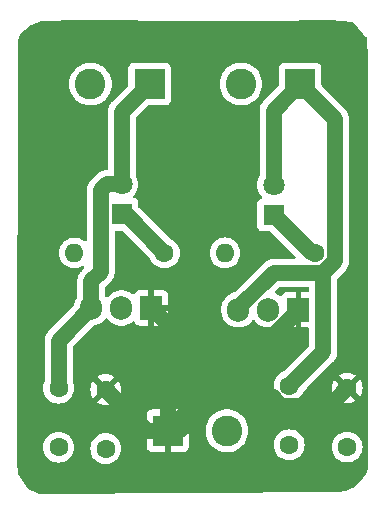
<source format=gbr>
%TF.GenerationSoftware,KiCad,Pcbnew,(7.0.0)*%
%TF.CreationDate,2023-04-15T22:01:32+02:00*%
%TF.ProjectId,incredibly_simple_voltage_regulator,696e6372-6564-4696-926c-795f73696d70,rev?*%
%TF.SameCoordinates,Original*%
%TF.FileFunction,Copper,L1,Top*%
%TF.FilePolarity,Positive*%
%FSLAX46Y46*%
G04 Gerber Fmt 4.6, Leading zero omitted, Abs format (unit mm)*
G04 Created by KiCad (PCBNEW (7.0.0)) date 2023-04-15 22:01:32*
%MOMM*%
%LPD*%
G01*
G04 APERTURE LIST*
%TA.AperFunction,ComponentPad*%
%ADD10C,1.800000*%
%TD*%
%TA.AperFunction,ComponentPad*%
%ADD11R,1.800000X1.800000*%
%TD*%
%TA.AperFunction,ComponentPad*%
%ADD12C,1.600000*%
%TD*%
%TA.AperFunction,ComponentPad*%
%ADD13O,1.600000X1.600000*%
%TD*%
%TA.AperFunction,ComponentPad*%
%ADD14R,1.905000X2.000000*%
%TD*%
%TA.AperFunction,ComponentPad*%
%ADD15O,1.905000X2.000000*%
%TD*%
%TA.AperFunction,ComponentPad*%
%ADD16R,2.600000X2.600000*%
%TD*%
%TA.AperFunction,ComponentPad*%
%ADD17C,2.600000*%
%TD*%
%TA.AperFunction,Conductor*%
%ADD18C,1.367030*%
%TD*%
G04 APERTURE END LIST*
D10*
%TO.P,D1,2,A*%
%TO.N,/5V OUT*%
X95150000Y-41785000D03*
D11*
%TO.P,D1,1,K*%
%TO.N,Net-(D1-K)*%
X95149999Y-44324999D03*
%TD*%
D12*
%TO.P,C4,1*%
%TO.N,/9V OUT*%
X76950000Y-59000000D03*
%TO.P,C4,2*%
%TO.N,GND*%
X76950000Y-64000000D03*
%TD*%
D13*
%TO.P,R1,2*%
%TO.N,GND*%
X91039999Y-47544999D03*
D12*
%TO.P,R1,1*%
%TO.N,Net-(D1-K)*%
X98660000Y-47545000D03*
%TD*%
D14*
%TO.P,U2,1,VI*%
%TO.N,+12V*%
X84799999Y-52199999D03*
D15*
%TO.P,U2,2,GND*%
%TO.N,GND*%
X82259999Y-52199999D03*
%TO.P,U2,3,VO*%
%TO.N,/9V OUT*%
X79719999Y-52199999D03*
%TD*%
D11*
%TO.P,D2,1,K*%
%TO.N,Net-(D2-K)*%
X82299999Y-44274999D03*
D10*
%TO.P,D2,2,A*%
%TO.N,/9V OUT*%
X82300000Y-41735000D03*
%TD*%
D12*
%TO.P,C3,1*%
%TO.N,+12V*%
X80940000Y-59120000D03*
%TO.P,C3,2*%
%TO.N,GND*%
X80940000Y-64120000D03*
%TD*%
D16*
%TO.P,J2,1,Pin_1*%
%TO.N,/9V OUT*%
X84649999Y-33249999D03*
D17*
%TO.P,J2,2,Pin_2*%
%TO.N,GND*%
X79650000Y-33250000D03*
%TD*%
D12*
%TO.P,C2,2*%
%TO.N,GND*%
X96480000Y-63785000D03*
%TO.P,C2,1*%
%TO.N,/5V OUT*%
X96480000Y-58785000D03*
%TD*%
D16*
%TO.P,J1,1,Pin_1*%
%TO.N,/5V OUT*%
X97399999Y-33244999D03*
D17*
%TO.P,J1,2,Pin_2*%
%TO.N,GND*%
X92400000Y-33245000D03*
%TD*%
D15*
%TO.P,U1,3,VO*%
%TO.N,/5V OUT*%
X92179999Y-52344999D03*
%TO.P,U1,2,GND*%
%TO.N,GND*%
X94719999Y-52344999D03*
D14*
%TO.P,U1,1,VI*%
%TO.N,+12V*%
X97259999Y-52344999D03*
%TD*%
D17*
%TO.P,J3,2,Pin_2*%
%TO.N,GND*%
X91200000Y-62600000D03*
D16*
%TO.P,J3,1,Pin_1*%
%TO.N,+12V*%
X86199999Y-62599999D03*
%TD*%
D12*
%TO.P,C1,2*%
%TO.N,GND*%
X101380000Y-63985000D03*
%TO.P,C1,1*%
%TO.N,+12V*%
X101380000Y-58985000D03*
%TD*%
%TO.P,R2,1*%
%TO.N,Net-(D2-K)*%
X85910000Y-47550000D03*
D13*
%TO.P,R2,2*%
%TO.N,GND*%
X78289999Y-47549999D03*
%TD*%
D18*
%TO.N,/5V OUT*%
X99357335Y-55907665D02*
X99357335Y-49228515D01*
X96480000Y-58785000D02*
X99357335Y-55907665D01*
%TO.N,/9V OUT*%
X76950000Y-54970000D02*
X79720000Y-52200000D01*
X76950000Y-59000000D02*
X76950000Y-54970000D01*
%TO.N,/5V OUT*%
X99357335Y-49228515D02*
X100343515Y-48242335D01*
X95192468Y-49228515D02*
X99357335Y-49228515D01*
X92180000Y-52240983D02*
X95192468Y-49228515D01*
X100343515Y-48242335D02*
X100343515Y-36188515D01*
X100343515Y-36188515D02*
X97400000Y-33245000D01*
%TO.N,/9V OUT*%
X82300000Y-35600000D02*
X84650000Y-33250000D01*
X82300000Y-41735000D02*
X82300000Y-35600000D01*
X80516485Y-42245723D02*
X81027208Y-41735000D01*
X81027208Y-41735000D02*
X82300000Y-41735000D01*
X80516485Y-49131485D02*
X80516485Y-42245723D01*
X79720000Y-49927970D02*
X80516485Y-49131485D01*
X79720000Y-52200000D02*
X79720000Y-49927970D01*
%TO.N,Net-(D2-K)*%
X82635000Y-44275000D02*
X85910000Y-47550000D01*
X82300000Y-44275000D02*
X82635000Y-44275000D01*
%TO.N,/5V OUT*%
X95150000Y-41785000D02*
X95150000Y-35495000D01*
X95150000Y-35495000D02*
X97400000Y-33245000D01*
%TO.N,Net-(D1-K)*%
X98660000Y-47545000D02*
X98370000Y-47545000D01*
X98370000Y-47545000D02*
X95150000Y-44325000D01*
%TO.N,+12V*%
X99896485Y-60468515D02*
X101380000Y-58985000D01*
X95782665Y-60468515D02*
X99896485Y-60468515D01*
X95002075Y-59687925D02*
X95782665Y-60468515D01*
X89112075Y-59687925D02*
X95002075Y-59687925D01*
X86200000Y-62600000D02*
X89112075Y-59687925D01*
X84420000Y-62600000D02*
X80940000Y-59120000D01*
X86200000Y-62600000D02*
X84420000Y-62600000D01*
X97260000Y-52449017D02*
X97260000Y-52345000D01*
X87109017Y-62600000D02*
X97260000Y-52449017D01*
X86200000Y-62600000D02*
X87109017Y-62600000D01*
X86200000Y-62600000D02*
X86200000Y-53600000D01*
X86200000Y-53600000D02*
X84800000Y-52200000D01*
%TD*%
%TA.AperFunction,Conductor*%
%TO.N,+12V*%
G36*
X99948498Y-27801014D02*
G01*
X101900421Y-28034080D01*
X101945346Y-28048483D01*
X101981641Y-28078627D01*
X102720000Y-28980000D01*
X102808000Y-29060000D01*
X103009411Y-29243101D01*
X103039400Y-29284689D01*
X103050000Y-29334854D01*
X103050000Y-29760000D01*
X103050295Y-29763014D01*
X103050296Y-29763024D01*
X103149408Y-30773962D01*
X103150000Y-30786061D01*
X103150000Y-65837677D01*
X103142215Y-65880920D01*
X102995928Y-66274065D01*
X102979996Y-66303755D01*
X102757635Y-66609501D01*
X102740360Y-66628686D01*
X101854639Y-67426808D01*
X101821992Y-67448003D01*
X101315350Y-67673177D01*
X101283383Y-67682492D01*
X100508825Y-67798676D01*
X100491071Y-67800046D01*
X75349354Y-67929900D01*
X75311536Y-67924197D01*
X74986295Y-67821978D01*
X74973964Y-67817371D01*
X74395510Y-67565464D01*
X74363865Y-67545531D01*
X74339605Y-67517073D01*
X73545422Y-66234899D01*
X73527348Y-66180831D01*
X73450517Y-65335692D01*
X73450009Y-65324283D01*
X73452230Y-64000000D01*
X75644532Y-64000000D01*
X75645004Y-64005395D01*
X75663509Y-64216916D01*
X75664365Y-64226692D01*
X75665762Y-64231907D01*
X75665764Y-64231916D01*
X75721858Y-64441263D01*
X75721861Y-64441271D01*
X75723261Y-64446496D01*
X75819432Y-64652734D01*
X75949953Y-64839139D01*
X76110861Y-65000047D01*
X76297266Y-65130568D01*
X76503504Y-65226739D01*
X76723308Y-65285635D01*
X76950000Y-65305468D01*
X77176692Y-65285635D01*
X77396496Y-65226739D01*
X77602734Y-65130568D01*
X77789139Y-65000047D01*
X77950047Y-64839139D01*
X78080568Y-64652734D01*
X78176739Y-64446496D01*
X78235635Y-64226692D01*
X78244969Y-64120000D01*
X79634532Y-64120000D01*
X79635004Y-64125395D01*
X79653607Y-64338037D01*
X79654365Y-64346692D01*
X79655762Y-64351907D01*
X79655764Y-64351916D01*
X79711858Y-64561263D01*
X79711861Y-64561271D01*
X79713261Y-64566496D01*
X79715549Y-64571403D01*
X79715550Y-64571405D01*
X79741926Y-64627968D01*
X79809432Y-64772734D01*
X79812539Y-64777171D01*
X79812540Y-64777173D01*
X79820228Y-64788152D01*
X79939953Y-64959139D01*
X80100861Y-65120047D01*
X80287266Y-65250568D01*
X80493504Y-65346739D01*
X80713308Y-65405635D01*
X80940000Y-65425468D01*
X81166692Y-65405635D01*
X81386496Y-65346739D01*
X81592734Y-65250568D01*
X81779139Y-65120047D01*
X81940047Y-64959139D01*
X82070568Y-64772734D01*
X82166739Y-64566496D01*
X82225635Y-64346692D01*
X82245468Y-64120000D01*
X82230115Y-63944518D01*
X84400000Y-63944518D01*
X84400353Y-63951114D01*
X84405573Y-63999667D01*
X84409111Y-64014641D01*
X84453547Y-64133777D01*
X84461962Y-64149189D01*
X84537498Y-64250092D01*
X84549907Y-64262501D01*
X84650810Y-64338037D01*
X84666222Y-64346452D01*
X84785358Y-64390888D01*
X84800332Y-64394426D01*
X84848885Y-64399646D01*
X84855482Y-64400000D01*
X85933674Y-64400000D01*
X85946549Y-64396549D01*
X85950000Y-64383674D01*
X86450000Y-64383674D01*
X86453450Y-64396549D01*
X86466326Y-64400000D01*
X87544518Y-64400000D01*
X87551114Y-64399646D01*
X87599667Y-64394426D01*
X87614641Y-64390888D01*
X87733777Y-64346452D01*
X87749189Y-64338037D01*
X87850092Y-64262501D01*
X87862501Y-64250092D01*
X87938037Y-64149189D01*
X87946452Y-64133777D01*
X87990888Y-64014641D01*
X87994426Y-63999667D01*
X87999646Y-63951114D01*
X88000000Y-63944518D01*
X88000000Y-62866326D01*
X87996549Y-62853450D01*
X87983674Y-62850000D01*
X86466326Y-62850000D01*
X86453450Y-62853450D01*
X86450000Y-62866326D01*
X86450000Y-64383674D01*
X85950000Y-64383674D01*
X85950000Y-62866326D01*
X85946549Y-62853450D01*
X85933674Y-62850000D01*
X84416326Y-62850000D01*
X84403450Y-62853450D01*
X84400000Y-62866326D01*
X84400000Y-63944518D01*
X82230115Y-63944518D01*
X82225635Y-63893308D01*
X82166739Y-63673504D01*
X82070568Y-63467266D01*
X81940047Y-63280861D01*
X81779139Y-63119953D01*
X81592734Y-62989432D01*
X81386496Y-62893261D01*
X81381271Y-62891861D01*
X81381263Y-62891858D01*
X81171916Y-62835764D01*
X81171907Y-62835762D01*
X81166692Y-62834365D01*
X81161304Y-62833893D01*
X81161301Y-62833893D01*
X80945395Y-62815004D01*
X80940000Y-62814532D01*
X80934605Y-62815004D01*
X80718698Y-62833893D01*
X80718693Y-62833893D01*
X80713308Y-62834365D01*
X80708094Y-62835762D01*
X80708083Y-62835764D01*
X80498736Y-62891858D01*
X80498724Y-62891862D01*
X80493504Y-62893261D01*
X80488599Y-62895547D01*
X80488594Y-62895550D01*
X80292176Y-62987142D01*
X80292172Y-62987144D01*
X80287266Y-62989432D01*
X80282833Y-62992535D01*
X80282826Y-62992540D01*
X80105296Y-63116847D01*
X80105291Y-63116850D01*
X80100861Y-63119953D01*
X80097037Y-63123776D01*
X80097031Y-63123782D01*
X79943782Y-63277031D01*
X79943776Y-63277037D01*
X79939953Y-63280861D01*
X79936850Y-63285291D01*
X79936847Y-63285296D01*
X79812540Y-63462826D01*
X79812535Y-63462833D01*
X79809432Y-63467266D01*
X79807144Y-63472172D01*
X79807142Y-63472176D01*
X79715550Y-63668594D01*
X79715547Y-63668599D01*
X79713261Y-63673504D01*
X79711862Y-63678724D01*
X79711858Y-63678736D01*
X79655764Y-63888083D01*
X79655762Y-63888094D01*
X79654365Y-63893308D01*
X79653893Y-63898693D01*
X79653893Y-63898698D01*
X79635004Y-64114605D01*
X79634532Y-64120000D01*
X78244969Y-64120000D01*
X78255468Y-64000000D01*
X78235635Y-63773308D01*
X78192703Y-63613083D01*
X78178141Y-63558736D01*
X78178140Y-63558734D01*
X78176739Y-63553504D01*
X78080568Y-63347266D01*
X77950047Y-63160861D01*
X77789139Y-62999953D01*
X77602734Y-62869432D01*
X77429781Y-62788782D01*
X77401405Y-62775550D01*
X77401403Y-62775549D01*
X77396496Y-62773261D01*
X77391271Y-62771861D01*
X77391263Y-62771858D01*
X77181916Y-62715764D01*
X77181907Y-62715762D01*
X77176692Y-62714365D01*
X77171304Y-62713893D01*
X77171301Y-62713893D01*
X76955395Y-62695004D01*
X76950000Y-62694532D01*
X76944605Y-62695004D01*
X76728698Y-62713893D01*
X76728693Y-62713893D01*
X76723308Y-62714365D01*
X76718094Y-62715762D01*
X76718083Y-62715764D01*
X76508736Y-62771858D01*
X76508724Y-62771862D01*
X76503504Y-62773261D01*
X76498599Y-62775547D01*
X76498594Y-62775550D01*
X76302176Y-62867142D01*
X76302172Y-62867144D01*
X76297266Y-62869432D01*
X76292833Y-62872535D01*
X76292826Y-62872540D01*
X76115296Y-62996847D01*
X76115291Y-62996850D01*
X76110861Y-62999953D01*
X76107037Y-63003776D01*
X76107031Y-63003782D01*
X75953782Y-63157031D01*
X75953776Y-63157037D01*
X75949953Y-63160861D01*
X75946850Y-63165291D01*
X75946847Y-63165296D01*
X75822540Y-63342826D01*
X75822535Y-63342833D01*
X75819432Y-63347266D01*
X75817144Y-63352172D01*
X75817142Y-63352176D01*
X75725550Y-63548594D01*
X75725547Y-63548599D01*
X75723261Y-63553504D01*
X75721862Y-63558724D01*
X75721858Y-63558736D01*
X75665764Y-63768083D01*
X75665762Y-63768094D01*
X75664365Y-63773308D01*
X75663893Y-63778693D01*
X75663893Y-63778698D01*
X75659296Y-63831243D01*
X75644532Y-64000000D01*
X73452230Y-64000000D01*
X73454577Y-62600000D01*
X89394451Y-62600000D01*
X89394798Y-62604631D01*
X89413517Y-62854432D01*
X89414617Y-62869103D01*
X89415647Y-62873616D01*
X89415648Y-62873622D01*
X89471163Y-63116847D01*
X89474666Y-63132195D01*
X89476362Y-63136518D01*
X89476363Y-63136519D01*
X89531510Y-63277031D01*
X89573257Y-63383398D01*
X89708185Y-63617102D01*
X89876439Y-63828085D01*
X89879843Y-63831243D01*
X90061360Y-63999667D01*
X90074259Y-64011635D01*
X90297226Y-64163651D01*
X90540359Y-64280738D01*
X90544787Y-64282103D01*
X90544790Y-64282105D01*
X90669293Y-64320509D01*
X90798228Y-64360280D01*
X91065071Y-64400500D01*
X91330292Y-64400500D01*
X91334929Y-64400500D01*
X91601772Y-64360280D01*
X91859641Y-64280738D01*
X92102775Y-64163651D01*
X92325741Y-64011635D01*
X92523561Y-63828085D01*
X92557920Y-63785000D01*
X95174532Y-63785000D01*
X95175004Y-63790395D01*
X95192501Y-63990395D01*
X95194365Y-64011692D01*
X95195762Y-64016907D01*
X95195764Y-64016916D01*
X95251858Y-64226263D01*
X95251861Y-64226271D01*
X95253261Y-64231496D01*
X95255549Y-64236403D01*
X95255550Y-64236405D01*
X95302942Y-64338037D01*
X95349432Y-64437734D01*
X95479953Y-64624139D01*
X95640861Y-64785047D01*
X95827266Y-64915568D01*
X96033504Y-65011739D01*
X96253308Y-65070635D01*
X96480000Y-65090468D01*
X96706692Y-65070635D01*
X96926496Y-65011739D01*
X97132734Y-64915568D01*
X97319139Y-64785047D01*
X97480047Y-64624139D01*
X97610568Y-64437734D01*
X97706739Y-64231496D01*
X97765635Y-64011692D01*
X97767970Y-63985000D01*
X100074532Y-63985000D01*
X100075004Y-63990395D01*
X100088896Y-64149189D01*
X100094365Y-64211692D01*
X100095762Y-64216907D01*
X100095764Y-64216916D01*
X100151858Y-64426263D01*
X100151861Y-64426271D01*
X100153261Y-64431496D01*
X100249432Y-64637734D01*
X100379953Y-64824139D01*
X100540861Y-64985047D01*
X100727266Y-65115568D01*
X100933504Y-65211739D01*
X100938734Y-65213140D01*
X100938736Y-65213141D01*
X101086959Y-65252857D01*
X101153308Y-65270635D01*
X101380000Y-65290468D01*
X101606692Y-65270635D01*
X101826496Y-65211739D01*
X102032734Y-65115568D01*
X102219139Y-64985047D01*
X102380047Y-64824139D01*
X102510568Y-64637734D01*
X102606739Y-64431496D01*
X102665635Y-64211692D01*
X102685468Y-63985000D01*
X102665635Y-63758308D01*
X102612160Y-63558736D01*
X102608141Y-63543736D01*
X102608140Y-63543734D01*
X102606739Y-63538504D01*
X102510568Y-63332266D01*
X102380047Y-63145861D01*
X102219139Y-62984953D01*
X102088188Y-62893261D01*
X102037173Y-62857540D01*
X102037171Y-62857539D01*
X102032734Y-62854432D01*
X101863572Y-62775550D01*
X101831405Y-62760550D01*
X101831403Y-62760549D01*
X101826496Y-62758261D01*
X101821271Y-62756861D01*
X101821263Y-62756858D01*
X101611916Y-62700764D01*
X101611907Y-62700762D01*
X101606692Y-62699365D01*
X101601304Y-62698893D01*
X101601301Y-62698893D01*
X101385395Y-62680004D01*
X101380000Y-62679532D01*
X101374605Y-62680004D01*
X101158698Y-62698893D01*
X101158693Y-62698893D01*
X101153308Y-62699365D01*
X101148094Y-62700762D01*
X101148083Y-62700764D01*
X100938736Y-62756858D01*
X100938724Y-62756862D01*
X100933504Y-62758261D01*
X100928599Y-62760547D01*
X100928594Y-62760550D01*
X100732176Y-62852142D01*
X100732172Y-62852144D01*
X100727266Y-62854432D01*
X100722833Y-62857535D01*
X100722826Y-62857540D01*
X100545296Y-62981847D01*
X100545291Y-62981850D01*
X100540861Y-62984953D01*
X100537037Y-62988776D01*
X100537031Y-62988782D01*
X100383782Y-63142031D01*
X100383776Y-63142037D01*
X100379953Y-63145861D01*
X100376850Y-63150291D01*
X100376847Y-63150296D01*
X100252540Y-63327826D01*
X100252535Y-63327833D01*
X100249432Y-63332266D01*
X100247144Y-63337172D01*
X100247142Y-63337176D01*
X100155550Y-63533594D01*
X100155547Y-63533599D01*
X100153261Y-63538504D01*
X100151862Y-63543724D01*
X100151858Y-63543736D01*
X100095764Y-63753083D01*
X100095762Y-63753094D01*
X100094365Y-63758308D01*
X100093893Y-63763693D01*
X100093893Y-63763698D01*
X100088260Y-63828085D01*
X100074532Y-63985000D01*
X97767970Y-63985000D01*
X97785468Y-63785000D01*
X97765635Y-63558308D01*
X97742556Y-63472176D01*
X97708141Y-63343736D01*
X97708140Y-63343734D01*
X97706739Y-63338504D01*
X97610568Y-63132266D01*
X97480047Y-62945861D01*
X97319139Y-62784953D01*
X97196906Y-62699365D01*
X97137173Y-62657540D01*
X97137171Y-62657539D01*
X97132734Y-62654432D01*
X96926496Y-62558261D01*
X96921271Y-62556861D01*
X96921263Y-62556858D01*
X96711916Y-62500764D01*
X96711907Y-62500762D01*
X96706692Y-62499365D01*
X96701304Y-62498893D01*
X96701301Y-62498893D01*
X96485395Y-62480004D01*
X96480000Y-62479532D01*
X96474605Y-62480004D01*
X96258698Y-62498893D01*
X96258693Y-62498893D01*
X96253308Y-62499365D01*
X96248094Y-62500762D01*
X96248083Y-62500764D01*
X96038736Y-62556858D01*
X96038724Y-62556862D01*
X96033504Y-62558261D01*
X96028599Y-62560547D01*
X96028594Y-62560550D01*
X95832176Y-62652142D01*
X95832172Y-62652144D01*
X95827266Y-62654432D01*
X95822833Y-62657535D01*
X95822826Y-62657540D01*
X95645296Y-62781847D01*
X95645291Y-62781850D01*
X95640861Y-62784953D01*
X95637037Y-62788776D01*
X95637031Y-62788782D01*
X95483782Y-62942031D01*
X95483776Y-62942037D01*
X95479953Y-62945861D01*
X95476850Y-62950291D01*
X95476847Y-62950296D01*
X95352540Y-63127826D01*
X95352535Y-63127833D01*
X95349432Y-63132266D01*
X95347144Y-63137172D01*
X95347142Y-63137176D01*
X95255550Y-63333594D01*
X95255547Y-63333599D01*
X95253261Y-63338504D01*
X95251862Y-63343724D01*
X95251858Y-63343736D01*
X95195764Y-63553083D01*
X95195762Y-63553094D01*
X95194365Y-63558308D01*
X95193893Y-63563693D01*
X95193893Y-63563698D01*
X95183829Y-63678736D01*
X95174532Y-63785000D01*
X92557920Y-63785000D01*
X92691815Y-63617102D01*
X92826743Y-63383398D01*
X92925334Y-63132195D01*
X92985383Y-62869103D01*
X93005549Y-62600000D01*
X92985383Y-62330897D01*
X92925334Y-62067805D01*
X92826743Y-61816602D01*
X92691815Y-61582898D01*
X92523561Y-61371915D01*
X92390966Y-61248885D01*
X92329146Y-61191524D01*
X92329143Y-61191521D01*
X92325741Y-61188365D01*
X92321912Y-61185754D01*
X92321909Y-61185752D01*
X92207435Y-61107705D01*
X92102775Y-61036349D01*
X92098589Y-61034333D01*
X91863820Y-60921274D01*
X91863814Y-60921271D01*
X91859641Y-60919262D01*
X91855219Y-60917898D01*
X91855209Y-60917894D01*
X91606202Y-60841086D01*
X91606196Y-60841084D01*
X91601772Y-60839720D01*
X91597195Y-60839030D01*
X91597186Y-60839028D01*
X91339514Y-60800191D01*
X91339513Y-60800190D01*
X91334929Y-60799500D01*
X91065071Y-60799500D01*
X91060487Y-60800190D01*
X91060485Y-60800191D01*
X90802813Y-60839028D01*
X90802801Y-60839030D01*
X90798228Y-60839720D01*
X90793806Y-60841083D01*
X90793797Y-60841086D01*
X90544790Y-60917894D01*
X90544775Y-60917899D01*
X90540359Y-60919262D01*
X90536185Y-60921271D01*
X90536180Y-60921274D01*
X90301411Y-61034333D01*
X90301404Y-61034336D01*
X90297226Y-61036349D01*
X90293393Y-61038962D01*
X90293390Y-61038964D01*
X90078090Y-61185752D01*
X90078080Y-61185759D01*
X90074259Y-61188365D01*
X90070863Y-61191516D01*
X90070853Y-61191524D01*
X89879843Y-61368756D01*
X89879839Y-61368759D01*
X89876439Y-61371915D01*
X89873549Y-61375537D01*
X89873546Y-61375542D01*
X89711077Y-61579271D01*
X89708185Y-61582898D01*
X89705866Y-61586913D01*
X89705865Y-61586916D01*
X89575578Y-61812581D01*
X89575575Y-61812586D01*
X89573257Y-61816602D01*
X89571563Y-61820916D01*
X89571561Y-61820922D01*
X89476363Y-62063480D01*
X89474666Y-62067805D01*
X89473633Y-62072326D01*
X89473632Y-62072333D01*
X89415648Y-62326377D01*
X89415646Y-62326385D01*
X89414617Y-62330897D01*
X89414270Y-62335516D01*
X89414270Y-62335522D01*
X89397684Y-62556858D01*
X89394451Y-62600000D01*
X73454577Y-62600000D01*
X73455024Y-62333674D01*
X84400000Y-62333674D01*
X84403450Y-62346549D01*
X84416326Y-62350000D01*
X85933674Y-62350000D01*
X85946549Y-62346549D01*
X85950000Y-62333674D01*
X86450000Y-62333674D01*
X86453450Y-62346549D01*
X86466326Y-62350000D01*
X87983674Y-62350000D01*
X87996549Y-62346549D01*
X88000000Y-62333674D01*
X88000000Y-61255482D01*
X87999646Y-61248885D01*
X87994426Y-61200332D01*
X87990888Y-61185358D01*
X87946452Y-61066222D01*
X87938037Y-61050810D01*
X87862501Y-60949907D01*
X87850092Y-60937498D01*
X87749189Y-60861962D01*
X87733777Y-60853547D01*
X87614641Y-60809111D01*
X87599667Y-60805573D01*
X87551114Y-60800353D01*
X87544518Y-60800000D01*
X86466326Y-60800000D01*
X86453450Y-60803450D01*
X86450000Y-60816326D01*
X86450000Y-62333674D01*
X85950000Y-62333674D01*
X85950000Y-60816326D01*
X85946549Y-60803450D01*
X85933674Y-60800000D01*
X84855482Y-60800000D01*
X84848885Y-60800353D01*
X84800332Y-60805573D01*
X84785358Y-60809111D01*
X84666222Y-60853547D01*
X84650810Y-60861962D01*
X84549907Y-60937498D01*
X84537498Y-60949907D01*
X84461962Y-61050810D01*
X84453547Y-61066222D01*
X84409111Y-61185358D01*
X84405573Y-61200332D01*
X84400353Y-61248885D01*
X84400000Y-61255482D01*
X84400000Y-62333674D01*
X73455024Y-62333674D01*
X73460614Y-59000000D01*
X75644532Y-59000000D01*
X75645004Y-59005395D01*
X75663631Y-59218310D01*
X75664365Y-59226692D01*
X75665762Y-59231907D01*
X75665764Y-59231916D01*
X75721858Y-59441263D01*
X75721861Y-59441271D01*
X75723261Y-59446496D01*
X75819432Y-59652734D01*
X75949953Y-59839139D01*
X76110861Y-60000047D01*
X76297266Y-60130568D01*
X76503504Y-60226739D01*
X76508734Y-60228140D01*
X76508736Y-60228141D01*
X76599355Y-60252422D01*
X76723308Y-60285635D01*
X76950000Y-60305468D01*
X77176692Y-60285635D01*
X77396496Y-60226739D01*
X77456619Y-60198703D01*
X80218217Y-60198703D01*
X80225650Y-60206814D01*
X80283077Y-60247025D01*
X80292427Y-60252423D01*
X80488768Y-60343979D01*
X80498902Y-60347667D01*
X80708162Y-60403739D01*
X80718793Y-60405613D01*
X80934605Y-60424494D01*
X80945395Y-60424494D01*
X81161206Y-60405613D01*
X81171837Y-60403739D01*
X81381097Y-60347667D01*
X81391231Y-60343979D01*
X81587575Y-60252422D01*
X81596920Y-60247026D01*
X81654348Y-60206814D01*
X81661780Y-60198703D01*
X81655867Y-60189421D01*
X80951542Y-59485095D01*
X80939999Y-59478431D01*
X80928457Y-59485095D01*
X80224128Y-60189424D01*
X80218217Y-60198703D01*
X77456619Y-60198703D01*
X77602734Y-60130568D01*
X77789139Y-60000047D01*
X77950047Y-59839139D01*
X78080568Y-59652734D01*
X78176739Y-59446496D01*
X78235635Y-59226692D01*
X78244497Y-59125395D01*
X79635506Y-59125395D01*
X79654386Y-59341206D01*
X79656260Y-59351837D01*
X79712332Y-59561097D01*
X79716020Y-59571231D01*
X79807576Y-59767572D01*
X79812974Y-59776922D01*
X79853184Y-59834348D01*
X79861295Y-59841781D01*
X79870574Y-59835870D01*
X80574903Y-59131541D01*
X80581567Y-59119999D01*
X81298431Y-59119999D01*
X81305095Y-59131541D01*
X82009421Y-59835867D01*
X82018703Y-59841780D01*
X82026814Y-59834348D01*
X82067026Y-59776920D01*
X82072422Y-59767575D01*
X82163979Y-59571231D01*
X82167667Y-59561097D01*
X82223739Y-59351837D01*
X82225613Y-59341206D01*
X82244494Y-59125395D01*
X82244494Y-59114605D01*
X82225613Y-58898793D01*
X82223739Y-58888162D01*
X82167667Y-58678902D01*
X82163979Y-58668768D01*
X82072423Y-58472427D01*
X82067025Y-58463077D01*
X82026814Y-58405650D01*
X82018703Y-58398217D01*
X82009424Y-58404128D01*
X81305095Y-59108456D01*
X81298431Y-59119999D01*
X80581567Y-59119999D01*
X80574903Y-59108456D01*
X79870574Y-58404128D01*
X79861296Y-58398217D01*
X79853183Y-58405651D01*
X79812971Y-58463081D01*
X79807577Y-58472425D01*
X79716020Y-58668768D01*
X79712332Y-58678902D01*
X79656260Y-58888162D01*
X79654386Y-58898793D01*
X79635506Y-59114605D01*
X79635506Y-59125395D01*
X78244497Y-59125395D01*
X78255468Y-59000000D01*
X78235635Y-58773308D01*
X78234235Y-58768083D01*
X78178141Y-58558736D01*
X78178140Y-58558734D01*
X78176739Y-58553504D01*
X78145632Y-58486797D01*
X78134015Y-58434393D01*
X78134015Y-58041296D01*
X80218217Y-58041296D01*
X80224128Y-58050574D01*
X80928457Y-58754903D01*
X80940000Y-58761567D01*
X80951542Y-58754903D01*
X81655870Y-58050574D01*
X81661781Y-58041295D01*
X81654348Y-58033184D01*
X81596922Y-57992974D01*
X81587572Y-57987576D01*
X81391231Y-57896020D01*
X81381097Y-57892332D01*
X81171837Y-57836260D01*
X81161206Y-57834386D01*
X80945395Y-57815506D01*
X80934605Y-57815506D01*
X80718793Y-57834386D01*
X80708162Y-57836260D01*
X80498902Y-57892332D01*
X80488768Y-57896020D01*
X80292425Y-57987577D01*
X80283081Y-57992971D01*
X80225651Y-58033183D01*
X80218217Y-58041296D01*
X78134015Y-58041296D01*
X78134015Y-55511797D01*
X78143454Y-55464344D01*
X78170334Y-55424116D01*
X78594236Y-55000214D01*
X79876588Y-53717860D01*
X79907515Y-53695293D01*
X79943852Y-53683236D01*
X80077913Y-53660866D01*
X80305664Y-53582679D01*
X80517439Y-53468072D01*
X80707463Y-53320171D01*
X80870551Y-53143010D01*
X80886191Y-53119070D01*
X80930982Y-53077837D01*
X80990000Y-53062892D01*
X81049018Y-53077837D01*
X81093808Y-53119070D01*
X81109449Y-53143010D01*
X81272537Y-53320171D01*
X81462561Y-53468072D01*
X81674336Y-53582679D01*
X81902087Y-53660866D01*
X82139601Y-53700500D01*
X82375266Y-53700500D01*
X82380399Y-53700500D01*
X82617913Y-53660866D01*
X82845664Y-53582679D01*
X83057439Y-53468072D01*
X83200344Y-53356844D01*
X83252772Y-53332992D01*
X83310322Y-53335399D01*
X83360575Y-53363548D01*
X83392688Y-53411366D01*
X83401047Y-53433777D01*
X83409462Y-53449189D01*
X83484998Y-53550092D01*
X83497407Y-53562501D01*
X83598310Y-53638037D01*
X83613722Y-53646452D01*
X83732858Y-53690888D01*
X83747832Y-53694426D01*
X83796385Y-53699646D01*
X83802982Y-53700000D01*
X84533674Y-53700000D01*
X84546549Y-53696549D01*
X84550000Y-53683674D01*
X85050000Y-53683674D01*
X85053450Y-53696549D01*
X85066326Y-53700000D01*
X85797018Y-53700000D01*
X85803614Y-53699646D01*
X85852167Y-53694426D01*
X85867141Y-53690888D01*
X85986277Y-53646452D01*
X86001689Y-53638037D01*
X86102592Y-53562501D01*
X86115001Y-53550092D01*
X86190537Y-53449189D01*
X86198952Y-53433777D01*
X86243388Y-53314641D01*
X86246926Y-53299667D01*
X86252146Y-53251114D01*
X86252500Y-53244518D01*
X86252500Y-52466326D01*
X86249049Y-52453450D01*
X86245877Y-52452600D01*
X90727000Y-52452600D01*
X90727211Y-52455150D01*
X90727212Y-52455166D01*
X90741480Y-52627356D01*
X90741481Y-52627364D01*
X90741905Y-52632476D01*
X90743162Y-52637443D01*
X90743164Y-52637450D01*
X90764298Y-52720905D01*
X90801017Y-52865905D01*
X90803077Y-52870601D01*
X90895685Y-53081727D01*
X90895688Y-53081732D01*
X90897745Y-53086422D01*
X90910000Y-53105179D01*
X91026647Y-53283722D01*
X91026650Y-53283726D01*
X91029449Y-53288010D01*
X91032914Y-53291774D01*
X91032918Y-53291779D01*
X91143006Y-53411366D01*
X91192537Y-53465171D01*
X91382561Y-53613072D01*
X91594336Y-53727679D01*
X91822087Y-53805866D01*
X92059601Y-53845500D01*
X92295266Y-53845500D01*
X92300399Y-53845500D01*
X92537913Y-53805866D01*
X92765664Y-53727679D01*
X92977439Y-53613072D01*
X93167463Y-53465171D01*
X93330551Y-53288010D01*
X93346191Y-53264070D01*
X93390982Y-53222837D01*
X93450000Y-53207892D01*
X93509018Y-53222837D01*
X93553808Y-53264070D01*
X93569449Y-53288010D01*
X93572919Y-53291779D01*
X93572924Y-53291785D01*
X93595581Y-53316397D01*
X93732537Y-53465171D01*
X93922561Y-53613072D01*
X94134336Y-53727679D01*
X94362087Y-53805866D01*
X94599601Y-53845500D01*
X94835266Y-53845500D01*
X94840399Y-53845500D01*
X95077913Y-53805866D01*
X95305664Y-53727679D01*
X95517439Y-53613072D01*
X95660344Y-53501844D01*
X95712772Y-53477992D01*
X95770322Y-53480399D01*
X95820575Y-53508548D01*
X95852688Y-53556366D01*
X95861047Y-53578777D01*
X95869462Y-53594189D01*
X95944998Y-53695092D01*
X95957407Y-53707501D01*
X96058310Y-53783037D01*
X96073722Y-53791452D01*
X96192858Y-53835888D01*
X96207832Y-53839426D01*
X96256385Y-53844646D01*
X96262982Y-53845000D01*
X96993674Y-53845000D01*
X97006549Y-53841549D01*
X97010000Y-53828674D01*
X97010000Y-50861326D01*
X97006549Y-50848450D01*
X96993674Y-50845000D01*
X96262982Y-50845000D01*
X96256385Y-50845353D01*
X96207832Y-50850573D01*
X96192858Y-50854111D01*
X96073722Y-50898547D01*
X96058310Y-50906962D01*
X95957407Y-50982498D01*
X95944998Y-50994907D01*
X95869462Y-51095810D01*
X95861045Y-51111224D01*
X95852687Y-51133635D01*
X95820574Y-51181451D01*
X95770321Y-51209600D01*
X95712772Y-51212007D01*
X95660344Y-51188154D01*
X95521485Y-51080077D01*
X95521484Y-51080076D01*
X95517439Y-51076928D01*
X95342948Y-50982498D01*
X95339953Y-50980877D01*
X95297314Y-50942829D01*
X95276266Y-50889699D01*
X95281280Y-50832773D01*
X95311286Y-50784145D01*
X95646586Y-50448846D01*
X95686812Y-50421969D01*
X95734265Y-50412530D01*
X98049320Y-50412530D01*
X98111320Y-50429143D01*
X98156707Y-50474530D01*
X98173320Y-50536530D01*
X98173320Y-50721000D01*
X98156707Y-50783000D01*
X98111320Y-50828387D01*
X98049320Y-50845000D01*
X97526326Y-50845000D01*
X97513450Y-50848450D01*
X97510000Y-50861326D01*
X97510000Y-53828674D01*
X97513450Y-53841549D01*
X97526326Y-53845000D01*
X98049320Y-53845000D01*
X98111320Y-53861613D01*
X98156707Y-53907000D01*
X98173320Y-53969000D01*
X98173320Y-55365868D01*
X98163881Y-55413321D01*
X98137001Y-55453549D01*
X96046687Y-57543861D01*
X96011412Y-57568562D01*
X95832172Y-57652144D01*
X95832169Y-57652145D01*
X95827266Y-57654432D01*
X95822833Y-57657535D01*
X95822826Y-57657540D01*
X95645296Y-57781847D01*
X95645291Y-57781850D01*
X95640861Y-57784953D01*
X95637037Y-57788776D01*
X95637031Y-57788782D01*
X95483782Y-57942031D01*
X95483776Y-57942037D01*
X95479953Y-57945861D01*
X95476850Y-57950291D01*
X95476847Y-57950296D01*
X95352540Y-58127826D01*
X95352535Y-58127833D01*
X95349432Y-58132266D01*
X95347144Y-58137172D01*
X95347142Y-58137176D01*
X95255550Y-58333594D01*
X95255547Y-58333599D01*
X95253261Y-58338504D01*
X95251862Y-58343724D01*
X95251858Y-58343736D01*
X95195764Y-58553083D01*
X95195762Y-58553094D01*
X95194365Y-58558308D01*
X95174532Y-58785000D01*
X95175004Y-58790395D01*
X95193039Y-58996542D01*
X95194365Y-59011692D01*
X95195762Y-59016907D01*
X95195764Y-59016916D01*
X95251858Y-59226263D01*
X95251861Y-59226271D01*
X95253261Y-59231496D01*
X95349432Y-59437734D01*
X95479953Y-59624139D01*
X95640861Y-59785047D01*
X95827266Y-59915568D01*
X96033504Y-60011739D01*
X96253308Y-60070635D01*
X96480000Y-60090468D01*
X96706692Y-60070635D01*
X96732563Y-60063703D01*
X100658217Y-60063703D01*
X100665650Y-60071814D01*
X100723077Y-60112025D01*
X100732427Y-60117423D01*
X100928768Y-60208979D01*
X100938902Y-60212667D01*
X101148162Y-60268739D01*
X101158793Y-60270613D01*
X101374605Y-60289494D01*
X101385395Y-60289494D01*
X101601206Y-60270613D01*
X101611837Y-60268739D01*
X101821097Y-60212667D01*
X101831231Y-60208979D01*
X102027575Y-60117422D01*
X102036920Y-60112026D01*
X102094348Y-60071814D01*
X102101780Y-60063703D01*
X102095867Y-60054421D01*
X101391542Y-59350095D01*
X101380000Y-59343431D01*
X101368457Y-59350095D01*
X100664128Y-60054424D01*
X100658217Y-60063703D01*
X96732563Y-60063703D01*
X96926496Y-60011739D01*
X97132734Y-59915568D01*
X97319139Y-59785047D01*
X97480047Y-59624139D01*
X97610568Y-59437734D01*
X97615995Y-59426097D01*
X97696437Y-59253587D01*
X97721135Y-59218313D01*
X97949053Y-58990395D01*
X100075506Y-58990395D01*
X100094386Y-59206206D01*
X100096260Y-59216837D01*
X100152332Y-59426097D01*
X100156020Y-59436231D01*
X100247576Y-59632572D01*
X100252974Y-59641922D01*
X100293184Y-59699348D01*
X100301295Y-59706781D01*
X100310574Y-59700870D01*
X101014903Y-58996542D01*
X101021567Y-58984999D01*
X101738431Y-58984999D01*
X101745095Y-58996542D01*
X102449421Y-59700867D01*
X102458703Y-59706780D01*
X102466814Y-59699348D01*
X102507026Y-59641920D01*
X102512422Y-59632575D01*
X102603979Y-59436231D01*
X102607667Y-59426097D01*
X102663739Y-59216837D01*
X102665613Y-59206206D01*
X102684494Y-58990395D01*
X102684494Y-58979605D01*
X102665613Y-58763793D01*
X102663739Y-58753162D01*
X102607667Y-58543902D01*
X102603979Y-58533768D01*
X102512423Y-58337427D01*
X102507025Y-58328077D01*
X102466814Y-58270650D01*
X102458703Y-58263217D01*
X102449424Y-58269128D01*
X101745095Y-58973457D01*
X101738431Y-58984999D01*
X101021567Y-58984999D01*
X101014903Y-58973457D01*
X100310574Y-58269128D01*
X100301296Y-58263217D01*
X100293183Y-58270651D01*
X100252971Y-58328081D01*
X100247577Y-58337425D01*
X100156020Y-58533768D01*
X100152332Y-58543902D01*
X100096260Y-58753162D01*
X100094386Y-58763793D01*
X100075506Y-58979605D01*
X100075506Y-58990395D01*
X97949053Y-58990395D01*
X99033152Y-57906296D01*
X100658217Y-57906296D01*
X100664128Y-57915574D01*
X101368457Y-58619903D01*
X101379999Y-58626567D01*
X101391542Y-58619903D01*
X102095870Y-57915574D01*
X102101781Y-57906295D01*
X102094348Y-57898184D01*
X102036922Y-57857974D01*
X102027572Y-57852576D01*
X101831231Y-57761020D01*
X101821097Y-57757332D01*
X101611837Y-57701260D01*
X101601206Y-57699386D01*
X101385395Y-57680506D01*
X101374605Y-57680506D01*
X101158793Y-57699386D01*
X101148162Y-57701260D01*
X100938902Y-57757332D01*
X100928768Y-57761020D01*
X100732425Y-57852577D01*
X100723081Y-57857971D01*
X100665651Y-57898183D01*
X100658217Y-57906296D01*
X99033152Y-57906296D01*
X100173212Y-56766236D01*
X100177288Y-56762343D01*
X100236081Y-56708748D01*
X100283987Y-56645308D01*
X100287542Y-56640822D01*
X100334660Y-56584080D01*
X100338329Y-56579662D01*
X100347542Y-56563120D01*
X100356912Y-56548740D01*
X100368317Y-56533639D01*
X100403767Y-56462444D01*
X100406417Y-56457419D01*
X100445105Y-56387962D01*
X100451120Y-56370013D01*
X100457683Y-56354167D01*
X100466126Y-56337213D01*
X100487887Y-56260724D01*
X100489561Y-56255318D01*
X100514838Y-56179907D01*
X100517453Y-56161157D01*
X100520997Y-56144359D01*
X100526176Y-56126159D01*
X100533513Y-56046971D01*
X100534163Y-56041357D01*
X100545153Y-55962581D01*
X100541482Y-55883178D01*
X100541350Y-55877451D01*
X100541350Y-49770312D01*
X100550789Y-49722859D01*
X100577669Y-49682631D01*
X100704783Y-49555517D01*
X101159392Y-49100906D01*
X101163468Y-49097013D01*
X101222261Y-49043418D01*
X101270167Y-48979978D01*
X101273722Y-48975492D01*
X101320840Y-48918750D01*
X101324509Y-48914332D01*
X101333722Y-48897790D01*
X101343092Y-48883410D01*
X101354497Y-48868309D01*
X101389947Y-48797114D01*
X101392597Y-48792089D01*
X101401147Y-48776739D01*
X101431285Y-48722632D01*
X101437300Y-48704683D01*
X101443863Y-48688837D01*
X101452306Y-48671883D01*
X101474067Y-48595394D01*
X101475741Y-48589988D01*
X101501018Y-48514577D01*
X101503633Y-48495827D01*
X101507177Y-48479029D01*
X101512356Y-48460829D01*
X101519693Y-48381641D01*
X101520343Y-48376027D01*
X101531333Y-48297251D01*
X101527662Y-48217848D01*
X101527530Y-48212121D01*
X101527530Y-36218742D01*
X101527662Y-36213015D01*
X101531069Y-36139326D01*
X101531334Y-36133599D01*
X101520348Y-36054850D01*
X101519689Y-36049162D01*
X101512885Y-35975733D01*
X101512356Y-35970021D01*
X101509888Y-35961348D01*
X101507177Y-35951818D01*
X101503633Y-35935022D01*
X101501018Y-35916273D01*
X101475753Y-35840897D01*
X101474059Y-35835424D01*
X101453873Y-35764474D01*
X101453872Y-35764472D01*
X101452306Y-35758967D01*
X101443870Y-35742026D01*
X101437297Y-35726156D01*
X101431285Y-35708218D01*
X101392597Y-35638759D01*
X101389930Y-35633699D01*
X101357052Y-35567672D01*
X101357051Y-35567671D01*
X101354497Y-35562541D01*
X101343092Y-35547438D01*
X101333720Y-35533056D01*
X101324509Y-35516518D01*
X101273722Y-35455358D01*
X101270169Y-35450872D01*
X101225722Y-35392014D01*
X101225717Y-35392008D01*
X101222261Y-35387432D01*
X101218024Y-35383569D01*
X101218020Y-35383565D01*
X101163514Y-35333877D01*
X101159371Y-35329921D01*
X99236818Y-33407368D01*
X99209938Y-33367140D01*
X99200499Y-33319687D01*
X99200499Y-31900439D01*
X99200499Y-31897128D01*
X99194091Y-31837517D01*
X99143796Y-31702669D01*
X99057546Y-31587454D01*
X99035932Y-31571274D01*
X98949431Y-31506519D01*
X98949430Y-31506518D01*
X98942331Y-31501204D01*
X98871965Y-31474959D01*
X98814752Y-31453620D01*
X98814750Y-31453619D01*
X98807483Y-31450909D01*
X98799770Y-31450079D01*
X98799767Y-31450079D01*
X98751180Y-31444855D01*
X98751169Y-31444854D01*
X98747873Y-31444500D01*
X98744550Y-31444500D01*
X96055439Y-31444500D01*
X96055420Y-31444500D01*
X96052128Y-31444501D01*
X96048850Y-31444853D01*
X96048838Y-31444854D01*
X96000231Y-31450079D01*
X96000225Y-31450080D01*
X95992517Y-31450909D01*
X95985252Y-31453618D01*
X95985246Y-31453620D01*
X95865980Y-31498104D01*
X95865978Y-31498104D01*
X95857669Y-31501204D01*
X95850572Y-31506516D01*
X95850568Y-31506519D01*
X95749550Y-31582141D01*
X95749546Y-31582144D01*
X95742454Y-31587454D01*
X95737144Y-31594546D01*
X95737141Y-31594550D01*
X95661519Y-31695568D01*
X95661516Y-31695572D01*
X95656204Y-31702669D01*
X95653104Y-31710978D01*
X95653104Y-31710980D01*
X95608620Y-31830247D01*
X95608619Y-31830250D01*
X95605909Y-31837517D01*
X95605079Y-31845227D01*
X95605079Y-31845232D01*
X95599855Y-31893819D01*
X95599854Y-31893831D01*
X95599500Y-31897127D01*
X95599500Y-31900449D01*
X95599500Y-33319687D01*
X95590061Y-33367140D01*
X95563181Y-33407368D01*
X94334140Y-34636408D01*
X94329999Y-34640363D01*
X94275484Y-34690060D01*
X94275479Y-34690064D01*
X94271254Y-34693917D01*
X94267806Y-34698482D01*
X94267803Y-34698486D01*
X94223344Y-34757358D01*
X94219790Y-34761844D01*
X94172670Y-34818589D01*
X94172663Y-34818597D01*
X94169006Y-34823003D01*
X94166216Y-34828011D01*
X94166213Y-34828016D01*
X94159794Y-34839540D01*
X94150426Y-34853917D01*
X94142474Y-34864448D01*
X94142469Y-34864454D01*
X94139018Y-34869026D01*
X94136466Y-34874150D01*
X94136464Y-34874154D01*
X94103591Y-34940170D01*
X94100922Y-34945233D01*
X94065020Y-35009691D01*
X94065013Y-35009704D01*
X94062230Y-35014703D01*
X94060409Y-35020132D01*
X94060408Y-35020137D01*
X94056212Y-35032655D01*
X94049647Y-35048503D01*
X94043765Y-35060317D01*
X94043762Y-35060323D01*
X94041209Y-35065452D01*
X94039643Y-35070955D01*
X94039641Y-35070961D01*
X94019456Y-35141904D01*
X94017762Y-35147372D01*
X93994321Y-35217312D01*
X93994317Y-35217325D01*
X93992497Y-35222758D01*
X93991705Y-35228428D01*
X93991702Y-35228445D01*
X93989880Y-35241508D01*
X93986338Y-35258301D01*
X93981159Y-35276506D01*
X93980630Y-35282208D01*
X93980629Y-35282217D01*
X93973823Y-35355669D01*
X93973163Y-35361357D01*
X93962974Y-35434402D01*
X93962973Y-35434407D01*
X93962182Y-35440084D01*
X93963397Y-35466357D01*
X93965853Y-35519487D01*
X93965985Y-35525214D01*
X93965985Y-40999782D01*
X93960830Y-41035164D01*
X93945795Y-41067599D01*
X93914076Y-41116151D01*
X93912020Y-41120835D01*
X93912015Y-41120847D01*
X93844835Y-41274003D01*
X93820843Y-41328700D01*
X93819585Y-41333665D01*
X93819584Y-41333670D01*
X93765125Y-41548720D01*
X93765123Y-41548729D01*
X93763866Y-41553695D01*
X93763442Y-41558802D01*
X93763441Y-41558813D01*
X93752284Y-41693470D01*
X93744700Y-41785000D01*
X93745124Y-41790117D01*
X93763441Y-42011186D01*
X93763442Y-42011195D01*
X93763866Y-42016305D01*
X93765123Y-42021272D01*
X93765125Y-42021279D01*
X93819584Y-42236329D01*
X93820843Y-42241300D01*
X93836036Y-42275937D01*
X93912016Y-42449154D01*
X93912019Y-42449159D01*
X93914076Y-42453849D01*
X93977548Y-42551000D01*
X94038219Y-42643865D01*
X94038222Y-42643869D01*
X94041021Y-42648153D01*
X94044491Y-42651922D01*
X94135801Y-42751112D01*
X94164574Y-42803865D01*
X94165167Y-42863951D01*
X94137440Y-42917261D01*
X94087906Y-42951276D01*
X94015982Y-42978102D01*
X94015973Y-42978106D01*
X94007669Y-42981204D01*
X94000572Y-42986516D01*
X94000568Y-42986519D01*
X93899550Y-43062141D01*
X93899546Y-43062144D01*
X93892454Y-43067454D01*
X93887144Y-43074546D01*
X93887141Y-43074550D01*
X93811519Y-43175568D01*
X93811516Y-43175572D01*
X93806204Y-43182669D01*
X93803104Y-43190978D01*
X93803104Y-43190980D01*
X93758620Y-43310247D01*
X93758619Y-43310250D01*
X93755909Y-43317517D01*
X93755079Y-43325227D01*
X93755079Y-43325232D01*
X93749855Y-43373819D01*
X93749854Y-43373831D01*
X93749500Y-43377127D01*
X93749500Y-43380448D01*
X93749500Y-43380449D01*
X93749500Y-45269560D01*
X93749500Y-45269578D01*
X93749501Y-45272872D01*
X93749853Y-45276150D01*
X93749854Y-45276161D01*
X93755079Y-45324768D01*
X93755080Y-45324773D01*
X93755909Y-45332483D01*
X93758619Y-45339749D01*
X93758620Y-45339753D01*
X93792217Y-45429831D01*
X93806204Y-45467331D01*
X93892454Y-45582546D01*
X94007669Y-45668796D01*
X94142517Y-45719091D01*
X94202127Y-45725500D01*
X94824687Y-45725499D01*
X94872140Y-45734938D01*
X94912368Y-45761818D01*
X96983369Y-47832819D01*
X97013619Y-47882182D01*
X97018161Y-47939898D01*
X96996006Y-47993385D01*
X96951983Y-48030985D01*
X96895688Y-48044500D01*
X95222682Y-48044500D01*
X95216955Y-48044368D01*
X95143280Y-48040961D01*
X95143271Y-48040961D01*
X95137552Y-48040697D01*
X95131875Y-48041488D01*
X95131870Y-48041489D01*
X95058825Y-48051678D01*
X95053137Y-48052338D01*
X94979685Y-48059144D01*
X94979676Y-48059145D01*
X94973974Y-48059674D01*
X94968460Y-48061242D01*
X94968458Y-48061243D01*
X94955770Y-48064853D01*
X94938976Y-48068395D01*
X94925913Y-48070217D01*
X94925896Y-48070220D01*
X94920226Y-48071012D01*
X94914793Y-48072832D01*
X94914780Y-48072836D01*
X94844840Y-48096277D01*
X94839372Y-48097971D01*
X94768429Y-48118156D01*
X94768423Y-48118158D01*
X94762920Y-48119724D01*
X94757791Y-48122277D01*
X94757785Y-48122280D01*
X94745971Y-48128162D01*
X94730123Y-48134727D01*
X94717605Y-48138923D01*
X94717600Y-48138924D01*
X94712171Y-48140745D01*
X94707172Y-48143528D01*
X94707159Y-48143535D01*
X94642701Y-48179437D01*
X94637638Y-48182106D01*
X94571622Y-48214979D01*
X94571618Y-48214981D01*
X94566494Y-48217533D01*
X94561922Y-48220984D01*
X94561916Y-48220989D01*
X94551385Y-48228941D01*
X94537008Y-48238309D01*
X94525484Y-48244728D01*
X94525479Y-48244731D01*
X94520471Y-48247521D01*
X94516065Y-48251178D01*
X94516057Y-48251185D01*
X94459312Y-48298305D01*
X94454826Y-48301859D01*
X94395954Y-48346318D01*
X94395950Y-48346321D01*
X94391385Y-48349769D01*
X94387532Y-48353994D01*
X94387528Y-48353999D01*
X94337831Y-48408514D01*
X94333876Y-48412655D01*
X91898561Y-50847970D01*
X91867637Y-50870537D01*
X91831302Y-50882596D01*
X91827150Y-50883289D01*
X91822087Y-50884134D01*
X91817237Y-50885798D01*
X91817229Y-50885801D01*
X91599184Y-50960656D01*
X91599176Y-50960659D01*
X91594336Y-50962321D01*
X91589840Y-50964753D01*
X91589831Y-50964758D01*
X91387069Y-51074488D01*
X91387065Y-51074490D01*
X91382561Y-51076928D01*
X91378521Y-51080072D01*
X91378514Y-51080077D01*
X91196584Y-51221678D01*
X91196576Y-51221685D01*
X91192537Y-51224829D01*
X91189067Y-51228597D01*
X91189063Y-51228602D01*
X91032918Y-51398220D01*
X91032909Y-51398230D01*
X91029449Y-51401990D01*
X91026654Y-51406267D01*
X91026647Y-51406277D01*
X90900547Y-51599289D01*
X90897745Y-51603578D01*
X90895690Y-51608262D01*
X90895685Y-51608272D01*
X90803077Y-51819398D01*
X90801017Y-51824095D01*
X90799759Y-51829060D01*
X90799758Y-51829065D01*
X90743164Y-52052549D01*
X90743162Y-52052558D01*
X90741905Y-52057524D01*
X90741481Y-52062633D01*
X90741480Y-52062643D01*
X90727212Y-52234833D01*
X90727211Y-52234850D01*
X90727000Y-52237400D01*
X90727000Y-52452600D01*
X86245877Y-52452600D01*
X86236174Y-52450000D01*
X85066326Y-52450000D01*
X85053450Y-52453450D01*
X85050000Y-52466326D01*
X85050000Y-53683674D01*
X84550000Y-53683674D01*
X84550000Y-51933674D01*
X85050000Y-51933674D01*
X85053450Y-51946549D01*
X85066326Y-51950000D01*
X86236174Y-51950000D01*
X86249049Y-51946549D01*
X86252500Y-51933674D01*
X86252500Y-51155482D01*
X86252146Y-51148885D01*
X86246926Y-51100332D01*
X86243388Y-51085358D01*
X86198952Y-50966222D01*
X86190537Y-50950810D01*
X86115001Y-50849907D01*
X86102592Y-50837498D01*
X86001689Y-50761962D01*
X85986277Y-50753547D01*
X85867141Y-50709111D01*
X85852167Y-50705573D01*
X85803614Y-50700353D01*
X85797018Y-50700000D01*
X85066326Y-50700000D01*
X85053450Y-50703450D01*
X85050000Y-50716326D01*
X85050000Y-51933674D01*
X84550000Y-51933674D01*
X84550000Y-50716326D01*
X84546549Y-50703450D01*
X84533674Y-50700000D01*
X83802982Y-50700000D01*
X83796385Y-50700353D01*
X83747832Y-50705573D01*
X83732858Y-50709111D01*
X83613722Y-50753547D01*
X83598310Y-50761962D01*
X83497407Y-50837498D01*
X83484998Y-50849907D01*
X83409462Y-50950810D01*
X83401045Y-50966224D01*
X83392687Y-50988635D01*
X83360574Y-51036451D01*
X83310321Y-51064600D01*
X83252772Y-51067007D01*
X83200344Y-51043154D01*
X83061485Y-50935077D01*
X83061484Y-50935076D01*
X83057439Y-50931928D01*
X82954202Y-50876059D01*
X82850168Y-50819758D01*
X82850163Y-50819756D01*
X82845664Y-50817321D01*
X82840818Y-50815657D01*
X82840815Y-50815656D01*
X82622766Y-50740800D01*
X82622765Y-50740799D01*
X82617913Y-50739134D01*
X82612863Y-50738291D01*
X82612854Y-50738289D01*
X82385461Y-50700344D01*
X82385452Y-50700343D01*
X82380399Y-50699500D01*
X82139601Y-50699500D01*
X82134548Y-50700343D01*
X82134538Y-50700344D01*
X81907145Y-50738289D01*
X81907133Y-50738291D01*
X81902087Y-50739134D01*
X81897237Y-50740798D01*
X81897233Y-50740800D01*
X81679184Y-50815656D01*
X81679176Y-50815659D01*
X81674336Y-50817321D01*
X81669840Y-50819753D01*
X81669831Y-50819758D01*
X81467069Y-50929488D01*
X81467065Y-50929490D01*
X81462561Y-50931928D01*
X81458521Y-50935072D01*
X81458514Y-50935077D01*
X81276584Y-51076678D01*
X81276576Y-51076685D01*
X81272537Y-51079829D01*
X81269067Y-51083597D01*
X81269063Y-51083602D01*
X81119245Y-51246349D01*
X81070211Y-51278966D01*
X81011660Y-51285283D01*
X80956798Y-51263876D01*
X80917999Y-51219572D01*
X80904015Y-51162366D01*
X80904015Y-50469767D01*
X80913454Y-50422314D01*
X80940334Y-50382086D01*
X80970709Y-50351709D01*
X81332362Y-49990056D01*
X81336438Y-49986163D01*
X81395231Y-49932568D01*
X81443137Y-49869128D01*
X81446692Y-49864642D01*
X81493810Y-49807900D01*
X81497479Y-49803482D01*
X81506692Y-49786940D01*
X81516062Y-49772560D01*
X81527467Y-49757459D01*
X81562917Y-49686264D01*
X81565567Y-49681239D01*
X81582810Y-49650282D01*
X81604255Y-49611782D01*
X81610270Y-49593833D01*
X81616833Y-49577987D01*
X81625276Y-49561033D01*
X81647037Y-49484544D01*
X81648711Y-49479138D01*
X81673988Y-49403727D01*
X81676603Y-49384976D01*
X81680145Y-49368184D01*
X81685326Y-49349979D01*
X81692659Y-49270833D01*
X81693319Y-49265145D01*
X81693899Y-49260986D01*
X81704304Y-49186401D01*
X81700631Y-49106984D01*
X81700500Y-49101258D01*
X81700500Y-45799500D01*
X81717113Y-45737500D01*
X81762500Y-45692113D01*
X81824500Y-45675500D01*
X82167579Y-45675499D01*
X82309687Y-45675499D01*
X82357140Y-45684938D01*
X82397368Y-45711818D01*
X84668860Y-47983310D01*
X84693561Y-48018586D01*
X84777141Y-48197823D01*
X84777145Y-48197831D01*
X84779432Y-48202734D01*
X84909953Y-48389139D01*
X85070861Y-48550047D01*
X85257266Y-48680568D01*
X85463504Y-48776739D01*
X85683308Y-48835635D01*
X85910000Y-48855468D01*
X86136692Y-48835635D01*
X86356496Y-48776739D01*
X86562734Y-48680568D01*
X86749139Y-48550047D01*
X86910047Y-48389139D01*
X87040568Y-48202734D01*
X87136739Y-47996496D01*
X87195635Y-47776692D01*
X87215468Y-47550000D01*
X87215031Y-47545000D01*
X89734532Y-47545000D01*
X89754365Y-47771692D01*
X89755762Y-47776907D01*
X89755764Y-47776916D01*
X89811858Y-47986263D01*
X89811861Y-47986271D01*
X89813261Y-47991496D01*
X89815549Y-47996403D01*
X89815550Y-47996405D01*
X89862545Y-48097185D01*
X89909432Y-48197734D01*
X90039953Y-48384139D01*
X90200861Y-48545047D01*
X90387266Y-48675568D01*
X90593504Y-48771739D01*
X90598734Y-48773140D01*
X90598736Y-48773141D01*
X90678774Y-48794587D01*
X90813308Y-48830635D01*
X91040000Y-48850468D01*
X91266692Y-48830635D01*
X91486496Y-48771739D01*
X91692734Y-48675568D01*
X91879139Y-48545047D01*
X92040047Y-48384139D01*
X92170568Y-48197734D01*
X92266739Y-47991496D01*
X92325635Y-47771692D01*
X92345468Y-47545000D01*
X92325635Y-47318308D01*
X92266739Y-47098504D01*
X92170568Y-46892266D01*
X92040047Y-46705861D01*
X91879139Y-46544953D01*
X91692734Y-46414432D01*
X91499494Y-46324322D01*
X91491405Y-46320550D01*
X91491403Y-46320549D01*
X91486496Y-46318261D01*
X91481271Y-46316861D01*
X91481263Y-46316858D01*
X91271916Y-46260764D01*
X91271907Y-46260762D01*
X91266692Y-46259365D01*
X91261304Y-46258893D01*
X91261301Y-46258893D01*
X91045395Y-46240004D01*
X91040000Y-46239532D01*
X91034605Y-46240004D01*
X90818698Y-46258893D01*
X90818693Y-46258893D01*
X90813308Y-46259365D01*
X90808094Y-46260762D01*
X90808083Y-46260764D01*
X90598736Y-46316858D01*
X90598724Y-46316862D01*
X90593504Y-46318261D01*
X90588599Y-46320547D01*
X90588594Y-46320550D01*
X90392176Y-46412142D01*
X90392172Y-46412144D01*
X90387266Y-46414432D01*
X90382833Y-46417535D01*
X90382826Y-46417540D01*
X90205296Y-46541847D01*
X90205291Y-46541850D01*
X90200861Y-46544953D01*
X90197037Y-46548776D01*
X90197031Y-46548782D01*
X90043782Y-46702031D01*
X90043776Y-46702037D01*
X90039953Y-46705861D01*
X90036850Y-46710291D01*
X90036847Y-46710296D01*
X89912540Y-46887826D01*
X89912535Y-46887833D01*
X89909432Y-46892266D01*
X89907144Y-46897172D01*
X89907142Y-46897176D01*
X89815550Y-47093594D01*
X89815547Y-47093599D01*
X89813261Y-47098504D01*
X89811862Y-47103724D01*
X89811858Y-47103736D01*
X89755764Y-47313083D01*
X89755762Y-47313094D01*
X89754365Y-47318308D01*
X89734532Y-47545000D01*
X87215031Y-47545000D01*
X87195635Y-47323308D01*
X87136739Y-47103504D01*
X87040568Y-46897266D01*
X86910047Y-46710861D01*
X86749139Y-46549953D01*
X86562734Y-46419432D01*
X86557831Y-46417145D01*
X86557823Y-46417141D01*
X86378586Y-46333561D01*
X86343310Y-46308860D01*
X83736818Y-43702368D01*
X83709938Y-43662140D01*
X83700499Y-43614687D01*
X83700499Y-43330439D01*
X83700499Y-43327128D01*
X83694091Y-43267517D01*
X83643796Y-43132669D01*
X83557546Y-43017454D01*
X83442331Y-42931204D01*
X83403083Y-42916565D01*
X83362094Y-42901277D01*
X83312559Y-42867261D01*
X83284832Y-42813951D01*
X83285425Y-42753865D01*
X83314196Y-42701114D01*
X83408979Y-42598153D01*
X83535924Y-42403849D01*
X83629157Y-42191300D01*
X83686134Y-41966305D01*
X83705300Y-41735000D01*
X83686134Y-41503695D01*
X83629157Y-41278700D01*
X83535924Y-41066151D01*
X83504204Y-41017599D01*
X83489170Y-40985164D01*
X83484015Y-40949782D01*
X83484015Y-36141797D01*
X83493454Y-36094344D01*
X83520334Y-36054116D01*
X84487631Y-35086818D01*
X84527859Y-35059938D01*
X84575312Y-35050499D01*
X85994561Y-35050499D01*
X85997872Y-35050499D01*
X86057483Y-35044091D01*
X86192331Y-34993796D01*
X86307546Y-34907546D01*
X86393796Y-34792331D01*
X86444091Y-34657483D01*
X86450500Y-34597873D01*
X86450499Y-33245000D01*
X90594451Y-33245000D01*
X90594798Y-33249631D01*
X90606618Y-33407368D01*
X90614617Y-33514103D01*
X90615647Y-33518616D01*
X90615648Y-33518622D01*
X90673632Y-33772666D01*
X90674666Y-33777195D01*
X90773257Y-34028398D01*
X90908185Y-34262102D01*
X91076439Y-34473085D01*
X91274259Y-34656635D01*
X91497226Y-34808651D01*
X91740359Y-34925738D01*
X91744787Y-34927103D01*
X91744790Y-34927105D01*
X91803560Y-34945233D01*
X91998228Y-35005280D01*
X92265071Y-35045500D01*
X92530292Y-35045500D01*
X92534929Y-35045500D01*
X92801772Y-35005280D01*
X93059641Y-34925738D01*
X93302775Y-34808651D01*
X93525741Y-34656635D01*
X93723561Y-34473085D01*
X93891815Y-34262102D01*
X94026743Y-34028398D01*
X94125334Y-33777195D01*
X94185383Y-33514103D01*
X94205549Y-33245000D01*
X94185383Y-32975897D01*
X94125334Y-32712805D01*
X94026743Y-32461602D01*
X93891815Y-32227898D01*
X93723561Y-32016915D01*
X93599849Y-31902127D01*
X93529146Y-31836524D01*
X93529143Y-31836521D01*
X93525741Y-31833365D01*
X93521912Y-31830754D01*
X93521909Y-31830752D01*
X93353569Y-31715980D01*
X93302775Y-31681349D01*
X93298589Y-31679333D01*
X93063820Y-31566274D01*
X93063814Y-31566271D01*
X93059641Y-31564262D01*
X93055219Y-31562898D01*
X93055209Y-31562894D01*
X92806202Y-31486086D01*
X92806196Y-31486084D01*
X92801772Y-31484720D01*
X92797195Y-31484030D01*
X92797186Y-31484028D01*
X92539514Y-31445191D01*
X92539513Y-31445190D01*
X92534929Y-31444500D01*
X92265071Y-31444500D01*
X92260487Y-31445190D01*
X92260485Y-31445191D01*
X92002813Y-31484028D01*
X92002801Y-31484030D01*
X91998228Y-31484720D01*
X91993806Y-31486083D01*
X91993797Y-31486086D01*
X91744790Y-31562894D01*
X91744775Y-31562899D01*
X91740359Y-31564262D01*
X91736185Y-31566271D01*
X91736180Y-31566274D01*
X91501411Y-31679333D01*
X91501404Y-31679336D01*
X91497226Y-31681349D01*
X91493393Y-31683962D01*
X91493390Y-31683964D01*
X91278090Y-31830752D01*
X91278080Y-31830759D01*
X91274259Y-31833365D01*
X91270863Y-31836516D01*
X91270853Y-31836524D01*
X91079843Y-32013756D01*
X91079839Y-32013759D01*
X91076439Y-32016915D01*
X91073549Y-32020537D01*
X91073546Y-32020542D01*
X91069559Y-32025542D01*
X90908185Y-32227898D01*
X90905866Y-32231913D01*
X90905865Y-32231916D01*
X90775578Y-32457581D01*
X90775575Y-32457586D01*
X90773257Y-32461602D01*
X90771563Y-32465916D01*
X90771561Y-32465922D01*
X90769599Y-32470922D01*
X90674666Y-32712805D01*
X90673633Y-32717326D01*
X90673632Y-32717333D01*
X90615648Y-32971377D01*
X90615646Y-32971385D01*
X90614617Y-32975897D01*
X90614270Y-32980516D01*
X90614270Y-32980522D01*
X90594798Y-33240369D01*
X90594451Y-33245000D01*
X86450499Y-33245000D01*
X86450499Y-31902128D01*
X86444091Y-31842517D01*
X86393796Y-31707669D01*
X86307546Y-31592454D01*
X86269886Y-31564262D01*
X86199431Y-31511519D01*
X86199430Y-31511518D01*
X86192331Y-31506204D01*
X86057483Y-31455909D01*
X86049770Y-31455079D01*
X86049767Y-31455079D01*
X86001180Y-31449855D01*
X86001169Y-31449854D01*
X85997873Y-31449500D01*
X85994550Y-31449500D01*
X83305439Y-31449500D01*
X83305420Y-31449500D01*
X83302128Y-31449501D01*
X83298850Y-31449853D01*
X83298838Y-31449854D01*
X83250231Y-31455079D01*
X83250225Y-31455080D01*
X83242517Y-31455909D01*
X83235252Y-31458618D01*
X83235246Y-31458620D01*
X83115980Y-31503104D01*
X83115978Y-31503104D01*
X83107669Y-31506204D01*
X83100572Y-31511516D01*
X83100568Y-31511519D01*
X82999550Y-31587141D01*
X82999546Y-31587144D01*
X82992454Y-31592454D01*
X82987144Y-31599546D01*
X82987141Y-31599550D01*
X82911519Y-31700568D01*
X82911516Y-31700572D01*
X82906204Y-31707669D01*
X82903104Y-31715978D01*
X82903104Y-31715980D01*
X82858620Y-31835247D01*
X82858619Y-31835250D01*
X82855909Y-31842517D01*
X82855079Y-31850227D01*
X82855079Y-31850232D01*
X82849855Y-31898819D01*
X82849854Y-31898831D01*
X82849500Y-31902127D01*
X82849500Y-31905449D01*
X82849500Y-33324687D01*
X82840061Y-33372140D01*
X82813181Y-33412368D01*
X81484140Y-34741408D01*
X81479999Y-34745363D01*
X81425484Y-34795060D01*
X81425479Y-34795064D01*
X81421254Y-34798917D01*
X81417806Y-34803482D01*
X81417803Y-34803486D01*
X81373344Y-34862358D01*
X81369790Y-34866844D01*
X81322670Y-34923589D01*
X81322663Y-34923597D01*
X81319006Y-34928003D01*
X81316216Y-34933011D01*
X81316213Y-34933016D01*
X81309794Y-34944540D01*
X81300426Y-34958917D01*
X81292474Y-34969448D01*
X81292469Y-34969454D01*
X81289018Y-34974026D01*
X81286466Y-34979150D01*
X81286464Y-34979154D01*
X81253591Y-35045170D01*
X81250922Y-35050233D01*
X81215020Y-35114691D01*
X81215013Y-35114704D01*
X81212230Y-35119703D01*
X81210409Y-35125132D01*
X81210408Y-35125137D01*
X81206212Y-35137655D01*
X81199647Y-35153503D01*
X81193765Y-35165317D01*
X81193762Y-35165323D01*
X81191209Y-35170452D01*
X81189643Y-35175955D01*
X81189641Y-35175961D01*
X81169456Y-35246904D01*
X81167762Y-35252372D01*
X81144321Y-35322312D01*
X81144317Y-35322325D01*
X81142497Y-35327758D01*
X81141705Y-35333428D01*
X81141702Y-35333445D01*
X81139880Y-35346508D01*
X81136338Y-35363301D01*
X81131159Y-35381506D01*
X81130630Y-35387208D01*
X81130629Y-35387217D01*
X81123823Y-35460669D01*
X81123163Y-35466357D01*
X81112974Y-35539402D01*
X81112973Y-35539407D01*
X81112182Y-35545084D01*
X81112447Y-35550811D01*
X81115853Y-35624487D01*
X81115985Y-35630214D01*
X81115985Y-40423960D01*
X81098404Y-40487607D01*
X81050647Y-40533206D01*
X80986256Y-40547827D01*
X80982959Y-40547675D01*
X80978017Y-40547446D01*
X80978009Y-40547446D01*
X80972292Y-40547182D01*
X80966615Y-40547973D01*
X80966610Y-40547974D01*
X80893573Y-40558162D01*
X80887885Y-40558822D01*
X80814423Y-40565629D01*
X80814413Y-40565630D01*
X80808714Y-40566159D01*
X80803202Y-40567726D01*
X80803192Y-40567729D01*
X80790499Y-40571340D01*
X80773710Y-40574882D01*
X80760651Y-40576704D01*
X80760641Y-40576706D01*
X80754966Y-40577498D01*
X80749535Y-40579317D01*
X80749527Y-40579320D01*
X80679601Y-40602756D01*
X80674134Y-40604449D01*
X80603170Y-40624641D01*
X80603167Y-40624641D01*
X80597660Y-40626209D01*
X80592537Y-40628759D01*
X80592526Y-40628764D01*
X80580709Y-40634648D01*
X80564854Y-40641215D01*
X80552343Y-40645408D01*
X80552334Y-40645411D01*
X80546910Y-40647230D01*
X80541917Y-40650010D01*
X80541901Y-40650018D01*
X80477435Y-40685925D01*
X80472372Y-40688594D01*
X80401234Y-40724018D01*
X80396667Y-40727466D01*
X80396660Y-40727471D01*
X80386132Y-40735422D01*
X80371752Y-40744792D01*
X80360219Y-40751215D01*
X80360207Y-40751222D01*
X80355211Y-40754006D01*
X80350805Y-40757664D01*
X80350800Y-40757668D01*
X80294052Y-40804790D01*
X80289566Y-40808344D01*
X80230694Y-40852803D01*
X80230690Y-40852806D01*
X80226125Y-40856254D01*
X80222272Y-40860479D01*
X80222268Y-40860484D01*
X80172571Y-40914999D01*
X80168616Y-40919140D01*
X79700625Y-41387131D01*
X79696484Y-41391086D01*
X79641969Y-41440783D01*
X79641964Y-41440787D01*
X79637739Y-41444640D01*
X79634291Y-41449205D01*
X79634288Y-41449209D01*
X79589829Y-41508081D01*
X79586275Y-41512567D01*
X79539155Y-41569312D01*
X79539148Y-41569320D01*
X79535491Y-41573726D01*
X79532701Y-41578734D01*
X79532698Y-41578739D01*
X79526279Y-41590263D01*
X79516911Y-41604640D01*
X79508959Y-41615171D01*
X79508954Y-41615177D01*
X79505503Y-41619749D01*
X79502951Y-41624873D01*
X79502949Y-41624877D01*
X79470076Y-41690893D01*
X79467407Y-41695956D01*
X79431505Y-41760414D01*
X79431498Y-41760427D01*
X79428715Y-41765426D01*
X79426894Y-41770855D01*
X79426893Y-41770860D01*
X79422697Y-41783378D01*
X79416132Y-41799226D01*
X79410250Y-41811040D01*
X79410247Y-41811046D01*
X79407694Y-41816175D01*
X79406128Y-41821678D01*
X79406126Y-41821684D01*
X79385941Y-41892627D01*
X79384247Y-41898095D01*
X79360806Y-41968035D01*
X79360802Y-41968048D01*
X79358982Y-41973481D01*
X79358190Y-41979151D01*
X79358187Y-41979168D01*
X79356365Y-41992231D01*
X79352823Y-42009025D01*
X79349337Y-42021279D01*
X79347644Y-42027229D01*
X79347115Y-42032931D01*
X79347114Y-42032940D01*
X79340308Y-42106392D01*
X79339648Y-42112080D01*
X79329459Y-42185125D01*
X79329458Y-42185130D01*
X79328667Y-42190807D01*
X79331219Y-42245996D01*
X79332338Y-42270210D01*
X79332470Y-42275937D01*
X79332470Y-46455265D01*
X79313051Y-46521890D01*
X79260876Y-46567647D01*
X79192287Y-46578204D01*
X79129972Y-46550786D01*
X79129139Y-46549953D01*
X79089061Y-46521890D01*
X78947173Y-46422540D01*
X78947171Y-46422539D01*
X78942734Y-46419432D01*
X78736496Y-46323261D01*
X78731271Y-46321861D01*
X78731263Y-46321858D01*
X78521916Y-46265764D01*
X78521907Y-46265762D01*
X78516692Y-46264365D01*
X78511304Y-46263893D01*
X78511301Y-46263893D01*
X78295395Y-46245004D01*
X78290000Y-46244532D01*
X78284605Y-46245004D01*
X78068698Y-46263893D01*
X78068693Y-46263893D01*
X78063308Y-46264365D01*
X78058094Y-46265762D01*
X78058083Y-46265764D01*
X77848736Y-46321858D01*
X77848724Y-46321862D01*
X77843504Y-46323261D01*
X77838599Y-46325547D01*
X77838594Y-46325550D01*
X77642176Y-46417142D01*
X77642172Y-46417144D01*
X77637266Y-46419432D01*
X77632833Y-46422535D01*
X77632826Y-46422540D01*
X77455296Y-46546847D01*
X77455291Y-46546850D01*
X77450861Y-46549953D01*
X77447037Y-46553776D01*
X77447031Y-46553782D01*
X77293782Y-46707031D01*
X77293776Y-46707037D01*
X77289953Y-46710861D01*
X77286850Y-46715291D01*
X77286847Y-46715296D01*
X77162540Y-46892826D01*
X77162535Y-46892833D01*
X77159432Y-46897266D01*
X77157144Y-46902172D01*
X77157142Y-46902176D01*
X77065550Y-47098594D01*
X77065547Y-47098599D01*
X77063261Y-47103504D01*
X77061862Y-47108724D01*
X77061858Y-47108736D01*
X77005764Y-47318083D01*
X77005762Y-47318094D01*
X77004365Y-47323308D01*
X76984532Y-47550000D01*
X77004365Y-47776692D01*
X77005762Y-47781907D01*
X77005764Y-47781916D01*
X77061858Y-47991263D01*
X77061861Y-47991271D01*
X77063261Y-47996496D01*
X77065549Y-48001403D01*
X77065550Y-48001405D01*
X77084242Y-48041489D01*
X77159432Y-48202734D01*
X77289953Y-48389139D01*
X77450861Y-48550047D01*
X77637266Y-48680568D01*
X77843504Y-48776739D01*
X78063308Y-48835635D01*
X78290000Y-48855468D01*
X78516692Y-48835635D01*
X78736496Y-48776739D01*
X78942734Y-48680568D01*
X78949928Y-48675530D01*
X78951648Y-48674876D01*
X78951856Y-48674756D01*
X78951875Y-48674789D01*
X79006655Y-48653943D01*
X79066832Y-48661864D01*
X79116041Y-48697397D01*
X79142491Y-48752028D01*
X79139844Y-48812667D01*
X79108734Y-48864785D01*
X78904140Y-49069378D01*
X78899999Y-49073333D01*
X78845484Y-49123030D01*
X78845479Y-49123034D01*
X78841254Y-49126887D01*
X78837806Y-49131452D01*
X78837803Y-49131456D01*
X78793344Y-49190328D01*
X78789790Y-49194814D01*
X78742670Y-49251559D01*
X78742663Y-49251567D01*
X78739006Y-49255973D01*
X78736216Y-49260981D01*
X78736213Y-49260986D01*
X78729794Y-49272510D01*
X78720426Y-49286887D01*
X78712474Y-49297418D01*
X78712469Y-49297424D01*
X78709018Y-49301996D01*
X78706466Y-49307120D01*
X78706464Y-49307124D01*
X78673591Y-49373140D01*
X78670922Y-49378203D01*
X78635020Y-49442661D01*
X78635013Y-49442674D01*
X78632230Y-49447673D01*
X78630409Y-49453102D01*
X78630408Y-49453107D01*
X78626212Y-49465625D01*
X78619647Y-49481473D01*
X78613765Y-49493287D01*
X78613762Y-49493293D01*
X78611209Y-49498422D01*
X78609643Y-49503925D01*
X78609641Y-49503931D01*
X78589456Y-49574874D01*
X78587762Y-49580342D01*
X78564321Y-49650282D01*
X78564317Y-49650295D01*
X78562497Y-49655728D01*
X78561705Y-49661398D01*
X78561702Y-49661415D01*
X78559880Y-49674478D01*
X78556338Y-49691271D01*
X78551159Y-49709476D01*
X78550630Y-49715178D01*
X78550629Y-49715187D01*
X78543823Y-49788639D01*
X78543163Y-49794327D01*
X78532974Y-49867372D01*
X78532973Y-49867377D01*
X78532182Y-49873054D01*
X78535112Y-49936422D01*
X78535853Y-49952457D01*
X78535985Y-49958184D01*
X78535985Y-51271294D01*
X78530830Y-51306676D01*
X78515796Y-51339111D01*
X78437745Y-51458578D01*
X78435690Y-51463262D01*
X78435684Y-51463274D01*
X78343077Y-51674398D01*
X78341017Y-51679095D01*
X78339759Y-51684060D01*
X78339758Y-51684065D01*
X78283162Y-51907559D01*
X78281905Y-51912524D01*
X78281482Y-51917625D01*
X78281482Y-51917627D01*
X78281039Y-51922974D01*
X78269963Y-51964874D01*
X78245144Y-52000404D01*
X76134140Y-54111408D01*
X76129999Y-54115363D01*
X76075484Y-54165060D01*
X76075479Y-54165064D01*
X76071254Y-54168917D01*
X76067806Y-54173482D01*
X76067803Y-54173486D01*
X76023344Y-54232358D01*
X76019790Y-54236844D01*
X75972670Y-54293589D01*
X75972663Y-54293597D01*
X75969006Y-54298003D01*
X75966216Y-54303011D01*
X75966213Y-54303016D01*
X75959794Y-54314540D01*
X75950426Y-54328917D01*
X75942474Y-54339448D01*
X75942469Y-54339454D01*
X75939018Y-54344026D01*
X75936466Y-54349150D01*
X75936464Y-54349154D01*
X75903591Y-54415170D01*
X75900922Y-54420233D01*
X75865020Y-54484691D01*
X75865013Y-54484704D01*
X75862230Y-54489703D01*
X75860409Y-54495132D01*
X75860408Y-54495137D01*
X75856212Y-54507655D01*
X75849647Y-54523503D01*
X75843765Y-54535317D01*
X75843762Y-54535323D01*
X75841209Y-54540452D01*
X75839643Y-54545955D01*
X75839641Y-54545961D01*
X75819456Y-54616904D01*
X75817762Y-54622372D01*
X75794321Y-54692312D01*
X75794317Y-54692325D01*
X75792497Y-54697758D01*
X75791705Y-54703428D01*
X75791702Y-54703445D01*
X75789880Y-54716508D01*
X75786338Y-54733301D01*
X75781159Y-54751506D01*
X75780630Y-54757208D01*
X75780629Y-54757217D01*
X75773823Y-54830669D01*
X75773163Y-54836357D01*
X75762974Y-54909402D01*
X75762973Y-54909407D01*
X75762182Y-54915084D01*
X75762447Y-54920811D01*
X75765853Y-54994487D01*
X75765985Y-55000214D01*
X75765985Y-58434393D01*
X75754367Y-58486798D01*
X75725550Y-58548594D01*
X75725547Y-58548599D01*
X75723261Y-58553504D01*
X75721862Y-58558724D01*
X75721858Y-58558736D01*
X75665764Y-58768083D01*
X75665762Y-58768094D01*
X75664365Y-58773308D01*
X75663893Y-58778693D01*
X75663893Y-58778698D01*
X75653386Y-58898793D01*
X75644532Y-59000000D01*
X73460614Y-59000000D01*
X73503795Y-33250000D01*
X77844451Y-33250000D01*
X77844798Y-33254631D01*
X77863895Y-33509477D01*
X77864617Y-33519103D01*
X77865647Y-33523616D01*
X77865648Y-33523622D01*
X77923632Y-33777666D01*
X77924666Y-33782195D01*
X78023257Y-34033398D01*
X78158185Y-34267102D01*
X78326439Y-34478085D01*
X78329843Y-34481243D01*
X78515464Y-34653475D01*
X78524259Y-34661635D01*
X78747226Y-34813651D01*
X78990359Y-34930738D01*
X78994787Y-34932103D01*
X78994790Y-34932105D01*
X79081713Y-34958917D01*
X79248228Y-35010280D01*
X79515071Y-35050500D01*
X79780292Y-35050500D01*
X79784929Y-35050500D01*
X80051772Y-35010280D01*
X80309641Y-34930738D01*
X80552775Y-34813651D01*
X80775741Y-34661635D01*
X80973561Y-34478085D01*
X81141815Y-34267102D01*
X81276743Y-34033398D01*
X81375334Y-33782195D01*
X81435383Y-33519103D01*
X81455549Y-33250000D01*
X81435383Y-32980897D01*
X81375334Y-32717805D01*
X81276743Y-32466602D01*
X81141815Y-32232898D01*
X80973561Y-32021915D01*
X80874650Y-31930139D01*
X80779146Y-31841524D01*
X80779143Y-31841521D01*
X80775741Y-31838365D01*
X80771912Y-31835754D01*
X80771909Y-31835752D01*
X80657435Y-31757705D01*
X80552775Y-31686349D01*
X80548589Y-31684333D01*
X80313820Y-31571274D01*
X80313814Y-31571271D01*
X80309641Y-31569262D01*
X80305219Y-31567898D01*
X80305209Y-31567894D01*
X80056202Y-31491086D01*
X80056196Y-31491084D01*
X80051772Y-31489720D01*
X80047195Y-31489030D01*
X80047186Y-31489028D01*
X79789514Y-31450191D01*
X79789513Y-31450190D01*
X79784929Y-31449500D01*
X79515071Y-31449500D01*
X79510487Y-31450190D01*
X79510485Y-31450191D01*
X79252813Y-31489028D01*
X79252801Y-31489030D01*
X79248228Y-31489720D01*
X79243806Y-31491083D01*
X79243797Y-31491086D01*
X78994790Y-31567894D01*
X78994775Y-31567899D01*
X78990359Y-31569262D01*
X78986185Y-31571271D01*
X78986180Y-31571274D01*
X78751411Y-31684333D01*
X78751404Y-31684336D01*
X78747226Y-31686349D01*
X78743393Y-31688962D01*
X78743390Y-31688964D01*
X78528090Y-31835752D01*
X78528080Y-31835759D01*
X78524259Y-31838365D01*
X78520863Y-31841516D01*
X78520853Y-31841524D01*
X78329843Y-32018756D01*
X78329839Y-32018759D01*
X78326439Y-32021915D01*
X78323549Y-32025537D01*
X78323546Y-32025542D01*
X78162172Y-32227898D01*
X78158185Y-32232898D01*
X78155866Y-32236913D01*
X78155865Y-32236916D01*
X78025578Y-32462581D01*
X78025575Y-32462586D01*
X78023257Y-32466602D01*
X78021563Y-32470916D01*
X78021561Y-32470922D01*
X77926628Y-32712805D01*
X77924666Y-32717805D01*
X77923633Y-32722326D01*
X77923632Y-32722333D01*
X77865648Y-32976377D01*
X77865646Y-32976385D01*
X77864617Y-32980897D01*
X77844451Y-33250000D01*
X73503795Y-33250000D01*
X73509963Y-29571944D01*
X73517568Y-29529397D01*
X73589033Y-29334854D01*
X73678514Y-29091266D01*
X73715609Y-29038698D01*
X74637796Y-28271645D01*
X74691769Y-28247977D01*
X74690000Y-28250000D01*
X75468219Y-27919256D01*
X75513662Y-27909417D01*
X78737816Y-27830053D01*
X78742176Y-27830024D01*
X88620000Y-27940000D01*
X94700000Y-27900000D01*
X99931442Y-27800163D01*
X99948498Y-27801014D01*
G37*
%TD.AperFunction*%
%TD*%
M02*

</source>
